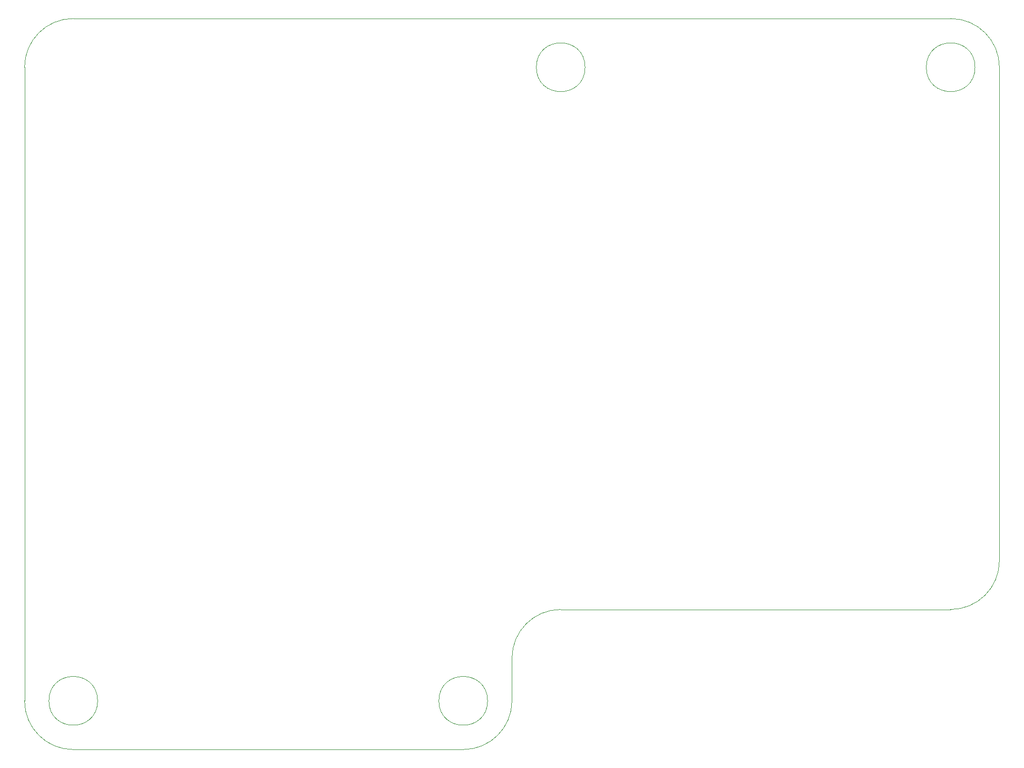
<source format=gbr>
%TF.GenerationSoftware,KiCad,Pcbnew,8.0.0*%
%TF.CreationDate,2025-07-10T12:46:30-06:00*%
%TF.ProjectId,Motherboard,4d6f7468-6572-4626-9f61-72642e6b6963,A*%
%TF.SameCoordinates,Original*%
%TF.FileFunction,Profile,NP*%
%FSLAX46Y46*%
G04 Gerber Fmt 4.6, Leading zero omitted, Abs format (unit mm)*
G04 Created by KiCad (PCBNEW 8.0.0) date 2025-07-10 12:46:30*
%MOMM*%
%LPD*%
G01*
G04 APERTURE LIST*
%TA.AperFunction,Profile*%
%ADD10C,0.050000*%
%TD*%
G04 APERTURE END LIST*
D10*
X147249999Y-157000000D02*
X147249999Y-150000000D01*
X159249999Y-53000000D02*
G75*
G02*
X151249999Y-53000000I-4000000J0D01*
G01*
X151249999Y-53000000D02*
G75*
G02*
X159249999Y-53000000I4000000J0D01*
G01*
X75249999Y-45000000D02*
X219249999Y-45000000D01*
X147249999Y-157000000D02*
G75*
G02*
X139249999Y-165000000I-8000000J0D01*
G01*
X223249999Y-53000000D02*
G75*
G02*
X215249999Y-53000000I-4000000J0D01*
G01*
X215249999Y-53000000D02*
G75*
G02*
X223249999Y-53000000I4000000J0D01*
G01*
X79249999Y-157000000D02*
G75*
G02*
X71249999Y-157000000I-4000000J0D01*
G01*
X71249999Y-157000000D02*
G75*
G02*
X79249999Y-157000000I4000000J0D01*
G01*
X227249999Y-134000000D02*
X227249999Y-53000000D01*
X227249999Y-134000000D02*
G75*
G02*
X219249999Y-142000000I-8000000J0D01*
G01*
X147249999Y-150000000D02*
G75*
G02*
X155249999Y-142000000I8000000J0D01*
G01*
X219249999Y-142000000D02*
X155249999Y-142000000D01*
X75249999Y-165000000D02*
G75*
G02*
X67249999Y-157000000I0J8000000D01*
G01*
X143249999Y-157000000D02*
G75*
G02*
X135249999Y-157000000I-4000000J0D01*
G01*
X135249999Y-157000000D02*
G75*
G02*
X143249999Y-157000000I4000000J0D01*
G01*
X67249999Y-157000000D02*
X67249999Y-53000000D01*
X219249999Y-45000000D02*
G75*
G02*
X227249999Y-53000000I0J-8000000D01*
G01*
X67249999Y-53000000D02*
G75*
G02*
X75249999Y-45000000I8000000J0D01*
G01*
X75249999Y-165000000D02*
X139249999Y-165000000D01*
M02*

</source>
